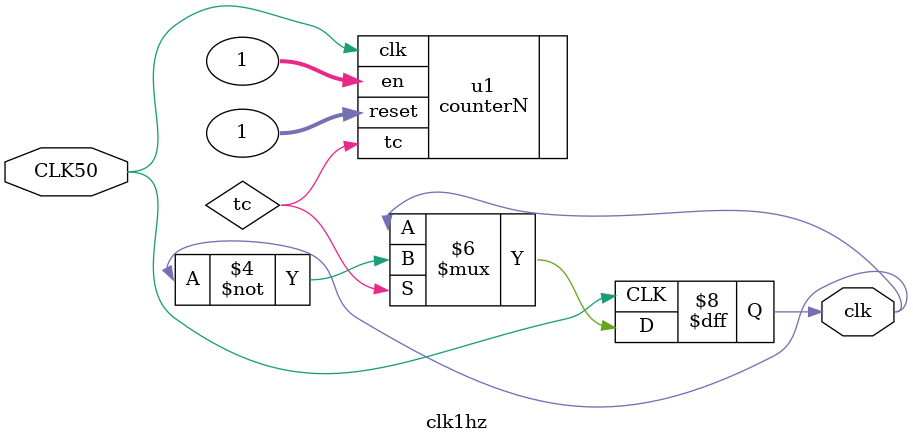
<source format=v>
module clk1hz(CLK50, clk);
	input CLK50; // 50 MHz clock;
	output clk; // 1 Hz clock
	wire tc;
	reg clk;
	
	counterN #(25_000_000) u1 (.clk(CLK50), .reset(1), .en(1), .tc(tc));
	
	always @(posedge CLK50)
		if (tc) clk = ~clk;
endmodule

</source>
